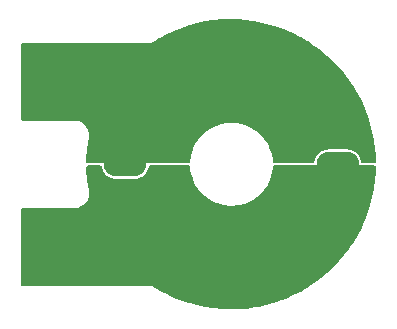
<source format=gbr>
%TF.GenerationSoftware,KiCad,Pcbnew,(6.0.0)*%
%TF.CreationDate,2022-07-17T22:10:51+12:00*%
%TF.ProjectId,MOTOR_TERMINAL_BREAKOUT_25,4d4f544f-525f-4544-9552-4d494e414c5f,0A*%
%TF.SameCoordinates,Original*%
%TF.FileFunction,Copper,L1,Top*%
%TF.FilePolarity,Positive*%
%FSLAX46Y46*%
G04 Gerber Fmt 4.6, Leading zero omitted, Abs format (unit mm)*
G04 Created by KiCad (PCBNEW (6.0.0)) date 2022-07-17 22:10:51*
%MOMM*%
%LPD*%
G01*
G04 APERTURE LIST*
G04 Aperture macros list*
%AMRoundRect*
0 Rectangle with rounded corners*
0 $1 Rounding radius*
0 $2 $3 $4 $5 $6 $7 $8 $9 X,Y pos of 4 corners*
0 Add a 4 corners polygon primitive as box body*
4,1,4,$2,$3,$4,$5,$6,$7,$8,$9,$2,$3,0*
0 Add four circle primitives for the rounded corners*
1,1,$1+$1,$2,$3*
1,1,$1+$1,$4,$5*
1,1,$1+$1,$6,$7*
1,1,$1+$1,$8,$9*
0 Add four rect primitives between the rounded corners*
20,1,$1+$1,$2,$3,$4,$5,0*
20,1,$1+$1,$4,$5,$6,$7,0*
20,1,$1+$1,$6,$7,$8,$9,0*
20,1,$1+$1,$8,$9,$2,$3,0*%
G04 Aperture macros list end*
%TA.AperFunction,ComponentPad*%
%ADD10O,3.600000X2.100000*%
%TD*%
%TA.AperFunction,ComponentPad*%
%ADD11O,2.100000X3.600000*%
%TD*%
%TA.AperFunction,ComponentPad*%
%ADD12C,3.600000*%
%TD*%
%TA.AperFunction,ConnectorPad*%
%ADD13C,5.700000*%
%TD*%
%TA.AperFunction,SMDPad,CuDef*%
%ADD14RoundRect,0.225000X-0.250000X0.225000X-0.250000X-0.225000X0.250000X-0.225000X0.250000X0.225000X0*%
%TD*%
%TA.AperFunction,ViaPad*%
%ADD15C,0.650000*%
%TD*%
%TA.AperFunction,Conductor*%
%ADD16C,2.000000*%
%TD*%
G04 APERTURE END LIST*
D10*
%TO.P,H5,1,1*%
%TO.N,+BATT*%
X211000000Y-150000000D03*
%TD*%
%TO.P,H12,1,1*%
%TO.N,GND*%
X229000000Y-150000000D03*
%TD*%
D11*
%TO.P,H3,1,1*%
%TO.N,+BATT*%
X220000000Y-141000000D03*
%TD*%
%TO.P,H6,1,1*%
%TO.N,GND*%
X220000000Y-159000000D03*
%TD*%
D12*
%TO.P,H1,1,1*%
%TO.N,+BATT*%
X205500000Y-143000000D03*
D13*
X205500000Y-143000000D03*
%TD*%
D12*
%TO.P,H2,1,1*%
%TO.N,GND*%
X205500000Y-157000000D03*
D13*
X205500000Y-157000000D03*
%TD*%
D14*
%TO.P,C1,1*%
%TO.N,+BATT*%
X215000000Y-149225000D03*
%TO.P,C1,2*%
%TO.N,GND*%
X215000000Y-150775000D03*
%TD*%
D15*
%TO.N,GND*%
X203750000Y-155250000D03*
X202750000Y-159750000D03*
X215000000Y-151750000D03*
X205500000Y-159500000D03*
X203750000Y-158750000D03*
X207000000Y-155000000D03*
X203000000Y-157000000D03*
X205500000Y-154500000D03*
X202750000Y-154250000D03*
X207000000Y-159000000D03*
X214000000Y-150750000D03*
X208000000Y-157000000D03*
X216000000Y-150750000D03*
%TO.N,+BATT*%
X203750000Y-141250000D03*
X207250000Y-141250000D03*
X208000000Y-143000000D03*
X205500000Y-145500000D03*
X207250000Y-144750000D03*
X202750000Y-140250000D03*
X203000000Y-143000000D03*
X214000000Y-149250000D03*
X216000000Y-149250000D03*
X205500000Y-140500000D03*
X215000000Y-148250000D03*
X203750000Y-144750000D03*
X202750000Y-145750000D03*
%TD*%
D16*
%TO.N,GND*%
X222500000Y-159000000D02*
X220000000Y-159000000D01*
X229000000Y-152500000D02*
X222500000Y-159000000D01*
X205500000Y-157000000D02*
X218000000Y-157000000D01*
X218000000Y-157000000D02*
X220000000Y-159000000D01*
X229000000Y-150000000D02*
X229000000Y-152500000D01*
%TO.N,+BATT*%
X211050000Y-143000000D02*
X217950000Y-143000000D01*
X211000000Y-143100000D02*
X210900000Y-143000000D01*
X211000000Y-150000000D02*
X211000000Y-143100000D01*
X210900000Y-143000000D02*
X205500000Y-143000000D01*
X218000000Y-143000000D02*
X220100000Y-140900000D01*
%TD*%
%TA.AperFunction,Conductor*%
%TO.N,GND*%
G36*
X208958845Y-150120002D02*
G01*
X209005338Y-150173658D01*
X209015810Y-150210855D01*
X209021883Y-150261044D01*
X209087519Y-150474400D01*
X209090095Y-150479390D01*
X209090095Y-150479391D01*
X209139685Y-150575469D01*
X209189901Y-150672759D01*
X209193310Y-150677201D01*
X209193312Y-150677205D01*
X209279975Y-150790146D01*
X209325790Y-150849854D01*
X209490893Y-151000086D01*
X209679990Y-151118707D01*
X209818517Y-151174394D01*
X209842963Y-151184221D01*
X209887105Y-151201966D01*
X209892593Y-151203103D01*
X209892598Y-151203104D01*
X210042896Y-151234229D01*
X210105690Y-151247233D01*
X210110303Y-151247499D01*
X210160526Y-151250395D01*
X210160530Y-151250395D01*
X210162349Y-151250500D01*
X211806630Y-151250500D01*
X211809417Y-151250251D01*
X211809423Y-151250251D01*
X211878997Y-151244041D01*
X211972339Y-151235711D01*
X211977753Y-151234230D01*
X211977758Y-151234229D01*
X212148805Y-151187435D01*
X212187651Y-151176808D01*
X212192709Y-151174396D01*
X212192713Y-151174394D01*
X212309462Y-151118707D01*
X212389129Y-151080708D01*
X212570405Y-150950448D01*
X212725749Y-150790146D01*
X212850250Y-150604868D01*
X212939974Y-150400471D01*
X212941282Y-150395023D01*
X212941284Y-150395017D01*
X212988923Y-150196586D01*
X213024275Y-150135016D01*
X213087302Y-150102334D01*
X213111442Y-150100000D01*
X216380018Y-150100000D01*
X216448139Y-150120002D01*
X216494632Y-150173658D01*
X216505620Y-150216002D01*
X216525326Y-150463621D01*
X216525946Y-150466916D01*
X216525946Y-150466919D01*
X216587486Y-150794174D01*
X216594266Y-150830229D01*
X216701773Y-151187435D01*
X216703076Y-151190527D01*
X216703077Y-151190530D01*
X216728348Y-151250500D01*
X216846629Y-151531195D01*
X216848248Y-151534122D01*
X216848252Y-151534130D01*
X216948617Y-151715565D01*
X217027195Y-151857615D01*
X217029122Y-151860362D01*
X217177055Y-152071241D01*
X217241424Y-152163000D01*
X217486893Y-152443890D01*
X217760820Y-152697106D01*
X217763518Y-152699114D01*
X217763520Y-152699115D01*
X217969448Y-152852329D01*
X218060104Y-152919779D01*
X218062990Y-152921483D01*
X218062997Y-152921487D01*
X218378464Y-153107682D01*
X218378469Y-153107684D01*
X218381355Y-153109388D01*
X218384408Y-153110776D01*
X218717889Y-153262401D01*
X218717895Y-153262403D01*
X218720936Y-153263786D01*
X218724109Y-153264839D01*
X218724113Y-153264840D01*
X218784300Y-153284803D01*
X219075001Y-153381225D01*
X219078261Y-153381933D01*
X219078269Y-153381935D01*
X219278545Y-153425419D01*
X219439542Y-153460375D01*
X219810428Y-153500338D01*
X219812953Y-153500406D01*
X219812963Y-153500407D01*
X219814716Y-153500454D01*
X219816414Y-153500500D01*
X220093239Y-153500500D01*
X220094905Y-153500411D01*
X220094914Y-153500411D01*
X220369173Y-153485798D01*
X220369182Y-153485797D01*
X220372505Y-153485620D01*
X220611413Y-153447139D01*
X220737490Y-153426832D01*
X220737493Y-153426831D01*
X220740792Y-153426300D01*
X220744022Y-153425420D01*
X220744024Y-153425419D01*
X221097445Y-153329066D01*
X221097446Y-153329066D01*
X221100691Y-153328181D01*
X221448124Y-153192372D01*
X221611159Y-153107682D01*
X221776189Y-153021956D01*
X221776192Y-153021954D01*
X221779159Y-153020413D01*
X222090047Y-152814251D01*
X222158694Y-152757361D01*
X222374683Y-152578362D01*
X222374689Y-152578357D01*
X222377267Y-152576220D01*
X222482625Y-152468067D01*
X222635227Y-152311417D01*
X222635235Y-152311408D01*
X222637566Y-152309015D01*
X222867998Y-152015663D01*
X223055884Y-151715565D01*
X223064170Y-151702330D01*
X223064172Y-151702327D01*
X223065951Y-151699485D01*
X223229186Y-151364062D01*
X223230319Y-151360923D01*
X223230323Y-151360914D01*
X223354717Y-151016338D01*
X223355853Y-151013192D01*
X223356649Y-151009940D01*
X223443722Y-150654102D01*
X223443723Y-150654098D01*
X223444518Y-150650848D01*
X223494176Y-150281135D01*
X223495760Y-150222591D01*
X223517597Y-150155037D01*
X223572491Y-150110013D01*
X223621714Y-150100000D01*
X232104758Y-150100000D01*
X232172879Y-150120002D01*
X232219372Y-150173658D01*
X232230708Y-150229551D01*
X232217764Y-150688624D01*
X232217364Y-150695716D01*
X232159476Y-151378620D01*
X232158677Y-151385677D01*
X232069696Y-152012821D01*
X232062400Y-152064240D01*
X232061204Y-152071241D01*
X231926848Y-152743280D01*
X231925260Y-152750203D01*
X231753245Y-153413625D01*
X231751269Y-153420447D01*
X231542152Y-154073102D01*
X231539795Y-154079803D01*
X231294225Y-154719661D01*
X231291494Y-154726217D01*
X231010270Y-155351198D01*
X231007174Y-155357591D01*
X230691172Y-155965750D01*
X230687721Y-155971957D01*
X230337958Y-156561337D01*
X230334179Y-156567315D01*
X230066550Y-156965336D01*
X229951743Y-157136077D01*
X229947615Y-157141857D01*
X229533756Y-157688141D01*
X229529309Y-157693679D01*
X229085330Y-158215772D01*
X229080578Y-158221051D01*
X228607892Y-158717290D01*
X228602851Y-158722293D01*
X228102924Y-159191138D01*
X228097608Y-159195848D01*
X227572090Y-159635751D01*
X227566517Y-159640155D01*
X227017037Y-160049754D01*
X227011231Y-160053833D01*
X226439524Y-160431833D01*
X226433511Y-160435570D01*
X226170396Y-160588962D01*
X225841410Y-160780756D01*
X225835176Y-160784158D01*
X225224610Y-161095410D01*
X225218194Y-161098457D01*
X224591009Y-161374833D01*
X224584431Y-161377512D01*
X223942701Y-161618098D01*
X223936009Y-161620394D01*
X223445640Y-161773322D01*
X223281729Y-161824440D01*
X223274893Y-161826363D01*
X222610133Y-161993225D01*
X222603230Y-161994751D01*
X222316583Y-162049746D01*
X221930142Y-162123886D01*
X221923132Y-162125027D01*
X221758429Y-162147092D01*
X221243848Y-162216029D01*
X221236820Y-162216770D01*
X220553445Y-162269355D01*
X220546378Y-162269698D01*
X220203763Y-162276695D01*
X219861163Y-162283691D01*
X219854061Y-162283636D01*
X219169138Y-162258997D01*
X219162050Y-162258541D01*
X218479632Y-162195350D01*
X218472581Y-162194496D01*
X217794796Y-162092951D01*
X217787804Y-162091701D01*
X217116832Y-161952129D01*
X217109922Y-161950488D01*
X216447848Y-161773322D01*
X216441042Y-161771293D01*
X215790021Y-161557108D01*
X215783339Y-161554699D01*
X215145417Y-161304169D01*
X215138882Y-161301387D01*
X214964835Y-161221439D01*
X214516092Y-161015310D01*
X214509752Y-161012179D01*
X213904030Y-160691443D01*
X213897881Y-160687961D01*
X213339302Y-160350580D01*
X213332036Y-160344818D01*
X213321177Y-160337807D01*
X213311269Y-160327655D01*
X213299837Y-160323495D01*
X213299375Y-160323162D01*
X213299311Y-160323125D01*
X213298785Y-160322903D01*
X213289285Y-160315306D01*
X213264375Y-160309578D01*
X213249534Y-160305189D01*
X213225523Y-160296451D01*
X213196231Y-160299376D01*
X213183713Y-160300000D01*
X202326000Y-160300000D01*
X202257879Y-160279998D01*
X202211386Y-160226342D01*
X202200000Y-160174000D01*
X202200000Y-153826000D01*
X202220002Y-153757879D01*
X202273658Y-153711386D01*
X202326000Y-153700000D01*
X206696189Y-153700000D01*
X206724638Y-153703254D01*
X206732785Y-153705142D01*
X206733501Y-153705143D01*
X206740431Y-153703562D01*
X206745122Y-153703037D01*
X206749081Y-153702657D01*
X206919964Y-153688980D01*
X206924987Y-153688578D01*
X207031440Y-153662573D01*
X207106714Y-153644184D01*
X207106716Y-153644183D01*
X207111597Y-153642991D01*
X207288581Y-153568303D01*
X207451433Y-153466415D01*
X207455211Y-153463109D01*
X207455217Y-153463105D01*
X207550004Y-153380172D01*
X207596006Y-153339923D01*
X207718619Y-153192045D01*
X207816151Y-153026549D01*
X207886118Y-152847646D01*
X207893344Y-152814251D01*
X207925675Y-152664810D01*
X207926739Y-152659892D01*
X207936980Y-152468067D01*
X207936446Y-152463068D01*
X207936446Y-152463062D01*
X207919994Y-152309015D01*
X207918360Y-152293717D01*
X207917965Y-152289270D01*
X207917740Y-152286100D01*
X207917867Y-152285517D01*
X207917655Y-152284131D01*
X207917930Y-152277529D01*
X207917865Y-152277179D01*
X207917865Y-152277177D01*
X207917864Y-152277175D01*
X207917799Y-152276825D01*
X207914944Y-152270266D01*
X207912849Y-152263422D01*
X207913138Y-152263334D01*
X207906881Y-152242116D01*
X207894289Y-152165538D01*
X207820294Y-151715549D01*
X207819479Y-151709755D01*
X207798599Y-151531195D01*
X207753644Y-151146770D01*
X207753098Y-151140929D01*
X207713538Y-150575469D01*
X207713265Y-150569609D01*
X207705949Y-150255482D01*
X207705331Y-150228933D01*
X207723742Y-150160366D01*
X207776300Y-150112636D01*
X207831297Y-150100000D01*
X208890724Y-150100000D01*
X208958845Y-150120002D01*
G37*
%TD.AperFunction*%
%TD*%
%TA.AperFunction,Conductor*%
%TO.N,+BATT*%
G36*
X220203764Y-137723305D02*
G01*
X220546378Y-137730302D01*
X220553445Y-137730645D01*
X221236820Y-137783230D01*
X221243848Y-137783971D01*
X221726028Y-137848567D01*
X221923132Y-137874973D01*
X221930142Y-137876114D01*
X222234652Y-137934535D01*
X222603230Y-138005249D01*
X222610133Y-138006775D01*
X223274892Y-138173637D01*
X223281728Y-138175560D01*
X223936009Y-138379606D01*
X223942701Y-138381902D01*
X224168274Y-138466470D01*
X224584431Y-138622488D01*
X224591009Y-138625167D01*
X225218194Y-138901543D01*
X225224610Y-138904590D01*
X225835176Y-139215842D01*
X225841410Y-139219244D01*
X226433511Y-139564430D01*
X226439524Y-139568167D01*
X226829484Y-139826000D01*
X227011225Y-139946163D01*
X227017037Y-139950246D01*
X227566517Y-140359845D01*
X227572090Y-140364249D01*
X228097608Y-140804152D01*
X228102924Y-140808862D01*
X228602851Y-141277707D01*
X228607892Y-141282710D01*
X229080578Y-141778949D01*
X229085330Y-141784228D01*
X229529309Y-142306321D01*
X229533756Y-142311859D01*
X229947615Y-142858143D01*
X229951743Y-142863923D01*
X230334179Y-143432685D01*
X230337958Y-143438663D01*
X230571341Y-143831933D01*
X230687721Y-144028043D01*
X230691172Y-144034250D01*
X231007174Y-144642409D01*
X231010270Y-144648802D01*
X231291494Y-145273783D01*
X231294225Y-145280339D01*
X231539795Y-145920197D01*
X231542152Y-145926898D01*
X231751269Y-146579553D01*
X231753245Y-146586375D01*
X231925260Y-147249797D01*
X231926848Y-147256720D01*
X232061204Y-147928759D01*
X232062399Y-147935756D01*
X232091327Y-148139638D01*
X232158677Y-148614323D01*
X232159476Y-148621380D01*
X232217364Y-149304284D01*
X232217764Y-149311376D01*
X232230708Y-149770449D01*
X232212634Y-149839106D01*
X232160310Y-149887093D01*
X232104758Y-149900000D01*
X231109276Y-149900000D01*
X231041155Y-149879998D01*
X230994662Y-149826342D01*
X230984190Y-149789145D01*
X230978117Y-149738956D01*
X230912481Y-149525600D01*
X230861825Y-149427456D01*
X230812672Y-149332226D01*
X230810099Y-149327241D01*
X230806690Y-149322799D01*
X230806688Y-149322795D01*
X230677620Y-149154590D01*
X230674210Y-149150146D01*
X230509107Y-148999914D01*
X230320010Y-148881293D01*
X230163009Y-148818179D01*
X230118097Y-148800125D01*
X230118095Y-148800124D01*
X230112895Y-148798034D01*
X230107407Y-148796897D01*
X230107402Y-148796896D01*
X229942845Y-148762818D01*
X229894310Y-148752767D01*
X229889697Y-148752501D01*
X229839474Y-148749605D01*
X229839470Y-148749605D01*
X229837651Y-148749500D01*
X228193370Y-148749500D01*
X228190583Y-148749749D01*
X228190577Y-148749749D01*
X228121003Y-148755959D01*
X228027661Y-148764289D01*
X228022247Y-148765770D01*
X228022242Y-148765771D01*
X227908470Y-148796896D01*
X227812349Y-148823192D01*
X227807291Y-148825604D01*
X227807287Y-148825606D01*
X227737127Y-148859071D01*
X227610871Y-148919292D01*
X227429595Y-149049552D01*
X227274251Y-149209854D01*
X227149750Y-149395132D01*
X227060026Y-149599529D01*
X227058718Y-149604977D01*
X227058716Y-149604983D01*
X227011077Y-149803414D01*
X226975725Y-149864984D01*
X226912698Y-149897666D01*
X226888558Y-149900000D01*
X223619982Y-149900000D01*
X223551861Y-149879998D01*
X223505368Y-149826342D01*
X223494380Y-149783998D01*
X223474674Y-149536379D01*
X223472647Y-149525600D01*
X223406352Y-149173055D01*
X223406350Y-149173047D01*
X223405734Y-149169771D01*
X223298227Y-148812565D01*
X223271697Y-148749605D01*
X223214690Y-148614323D01*
X223153371Y-148468805D01*
X223151752Y-148465878D01*
X223151748Y-148465870D01*
X222974429Y-148145320D01*
X222974425Y-148145314D01*
X222972805Y-148142385D01*
X222825395Y-147932251D01*
X222760511Y-147839758D01*
X222760509Y-147839755D01*
X222758576Y-147837000D01*
X222513107Y-147556110D01*
X222239180Y-147302894D01*
X222085952Y-147188889D01*
X221942595Y-147082229D01*
X221942594Y-147082228D01*
X221939896Y-147080221D01*
X221937010Y-147078517D01*
X221937003Y-147078513D01*
X221621536Y-146892318D01*
X221621531Y-146892316D01*
X221618645Y-146890612D01*
X221439538Y-146809177D01*
X221282111Y-146737599D01*
X221282105Y-146737597D01*
X221279064Y-146736214D01*
X221275891Y-146735161D01*
X221275887Y-146735160D01*
X221169777Y-146699965D01*
X220924999Y-146618775D01*
X220921739Y-146618067D01*
X220921731Y-146618065D01*
X220683559Y-146566353D01*
X220560458Y-146539625D01*
X220189572Y-146499662D01*
X220187047Y-146499594D01*
X220187037Y-146499593D01*
X220185284Y-146499546D01*
X220183586Y-146499500D01*
X219906761Y-146499500D01*
X219905095Y-146499589D01*
X219905086Y-146499589D01*
X219630827Y-146514202D01*
X219630818Y-146514203D01*
X219627495Y-146514380D01*
X219434604Y-146545449D01*
X219262510Y-146573168D01*
X219262507Y-146573169D01*
X219259208Y-146573700D01*
X219255978Y-146574580D01*
X219255976Y-146574581D01*
X219090011Y-146619828D01*
X218899309Y-146671819D01*
X218551876Y-146807628D01*
X218548894Y-146809177D01*
X218240995Y-146969118D01*
X218220841Y-146979587D01*
X217909953Y-147185749D01*
X217907377Y-147187884D01*
X217625317Y-147421638D01*
X217625311Y-147421643D01*
X217622733Y-147423780D01*
X217620389Y-147426187D01*
X217620386Y-147426189D01*
X217364773Y-147688583D01*
X217364765Y-147688592D01*
X217362434Y-147690985D01*
X217132002Y-147984337D01*
X217130223Y-147987179D01*
X216942303Y-148287332D01*
X216934049Y-148300515D01*
X216770814Y-148635938D01*
X216769681Y-148639077D01*
X216769677Y-148639086D01*
X216728299Y-148753704D01*
X216644147Y-148986808D01*
X216643352Y-148990056D01*
X216643351Y-148990060D01*
X216560844Y-149327241D01*
X216555482Y-149349152D01*
X216505824Y-149718865D01*
X216504240Y-149777408D01*
X216482403Y-149844963D01*
X216427509Y-149889987D01*
X216378286Y-149900000D01*
X207831297Y-149900000D01*
X207763176Y-149879998D01*
X207716683Y-149826342D01*
X207705331Y-149771066D01*
X207705346Y-149770449D01*
X207709446Y-149594388D01*
X207713265Y-149430391D01*
X207713538Y-149424531D01*
X207753098Y-148859071D01*
X207753644Y-148853230D01*
X207780756Y-148621380D01*
X207819480Y-148290236D01*
X207820296Y-148284436D01*
X207829058Y-148231156D01*
X207906789Y-147758446D01*
X207913064Y-147737303D01*
X207912692Y-147737188D01*
X207914804Y-147730388D01*
X207917665Y-147723878D01*
X207917799Y-147723175D01*
X207917528Y-147716045D01*
X207917881Y-147711359D01*
X207918237Y-147707441D01*
X207936446Y-147536938D01*
X207936446Y-147536932D01*
X207936980Y-147531933D01*
X207926739Y-147340108D01*
X207907200Y-147249797D01*
X207887181Y-147157265D01*
X207887179Y-147157259D01*
X207886118Y-147152354D01*
X207816151Y-146973451D01*
X207718619Y-146807955D01*
X207596006Y-146660077D01*
X207498289Y-146574581D01*
X207455217Y-146536895D01*
X207455211Y-146536891D01*
X207451433Y-146533585D01*
X207288581Y-146431697D01*
X207111597Y-146357009D01*
X207106716Y-146355817D01*
X207106714Y-146355816D01*
X206929880Y-146312617D01*
X206929876Y-146312616D01*
X206924987Y-146311422D01*
X206750205Y-146297432D01*
X206745882Y-146297011D01*
X206741166Y-146296468D01*
X206734217Y-146294858D01*
X206733501Y-146294857D01*
X206724783Y-146296846D01*
X206696768Y-146300000D01*
X202326000Y-146300000D01*
X202257879Y-146279998D01*
X202211386Y-146226342D01*
X202200000Y-146174000D01*
X202200000Y-139826000D01*
X202220002Y-139757879D01*
X202273658Y-139711386D01*
X202326000Y-139700000D01*
X213183138Y-139700000D01*
X213196096Y-139700668D01*
X213210700Y-139702178D01*
X213224812Y-139703637D01*
X213238159Y-139698833D01*
X213238165Y-139698832D01*
X213249127Y-139694886D01*
X213263771Y-139690597D01*
X213268605Y-139689494D01*
X213275128Y-139688006D01*
X213275129Y-139688006D01*
X213288962Y-139684850D01*
X213298362Y-139677360D01*
X213298485Y-139677308D01*
X213299253Y-139676879D01*
X213299358Y-139676804D01*
X213310667Y-139672733D01*
X213320613Y-139662612D01*
X213330537Y-139656254D01*
X213338812Y-139649716D01*
X213511284Y-139545543D01*
X213897881Y-139312039D01*
X213904030Y-139308557D01*
X214509752Y-138987821D01*
X214516092Y-138984690D01*
X215138882Y-138698613D01*
X215145417Y-138695831D01*
X215783339Y-138445301D01*
X215790021Y-138442892D01*
X216441042Y-138228707D01*
X216447848Y-138226678D01*
X217109922Y-138049512D01*
X217116832Y-138047871D01*
X217787804Y-137908299D01*
X217794796Y-137907049D01*
X218472581Y-137805504D01*
X218479632Y-137804650D01*
X219162050Y-137741459D01*
X219169138Y-137741003D01*
X219854061Y-137716364D01*
X219861163Y-137716309D01*
X220203764Y-137723305D01*
G37*
%TD.AperFunction*%
%TD*%
M02*

</source>
